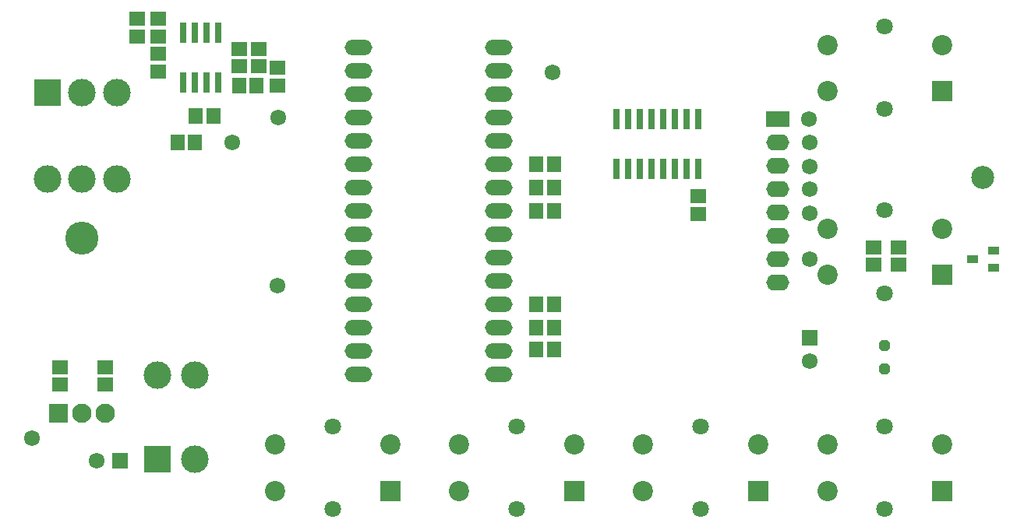
<source format=gbr>
G04 DipTrace 3.0.0.2*
G04 BottomMask.gbr*
%MOMM*%
G04 #@! TF.FileFunction,Soldermask,Bot*
G04 #@! TF.Part,Single*
%AMOUTLINE0*5,1,8,0,0,1.32081,-112.50063*%
%ADD38R,2.5X1.75*%
%ADD39O,2.5X1.75*%
%ADD42O,3.0X1.7*%
%ADD43C,2.5*%
%ADD44C,1.8*%
%ADD45C,3.6*%
%ADD54R,2.1X2.1*%
%ADD56C,2.1*%
%ADD62C,2.2*%
%ADD64R,2.2X2.2*%
%ADD66R,1.25X0.85*%
%ADD70C,1.724*%
%ADD72R,1.724X1.724*%
%ADD74C,3.0*%
%ADD76R,3.0X3.0*%
%ADD78R,0.8X2.2*%
%ADD80R,1.5X1.7*%
%ADD82R,1.7X1.5*%
%ADD86OUTLINE0*%
%FSLAX35Y35*%
G04*
G71*
G90*
G75*
G01*
G04 BotMask*
%LPD*%
D82*
X1539640Y2555587D3*
Y2745587D3*
X2031767Y2555587D3*
Y2745587D3*
X8477127Y4603623D3*
Y4413623D3*
X3903553Y5811060D3*
Y6001060D3*
D80*
X3016127Y5476750D3*
X3206127D3*
D82*
X2373553Y6341060D3*
Y6531060D3*
D86*
X10500000Y2977000D3*
Y2723000D3*
D78*
X2873053Y6381060D3*
X3000053D3*
X3127053D3*
X3254053D3*
Y5841060D3*
X3127053D3*
X3000053D3*
X2873053D3*
D76*
X1400000Y5730000D3*
D74*
Y4790000D3*
X1780000Y5730000D3*
X2160000D3*
X1780000Y4790000D3*
X2160000D3*
X3000000Y1740000D3*
Y2660000D3*
D76*
X2600000Y1740000D3*
D74*
Y2660000D3*
D72*
X9680000Y3067000D3*
D70*
Y2813000D3*
D72*
X2190500Y1730173D3*
D70*
X1936500D3*
D66*
X11682753Y4015933D3*
Y3825933D3*
X11452753Y3920933D3*
D80*
X3483553Y5811060D3*
X3673553D3*
D82*
X3483553Y6206060D3*
Y6016060D3*
D80*
X6715000Y2936750D3*
X6905000D3*
D43*
X11565000Y4807800D3*
D82*
X3698467Y6015973D3*
Y6205973D3*
X2603553Y5961060D3*
Y6151060D3*
D80*
X6905500Y4444873D3*
X6715500D3*
X6905500Y4698873D3*
X6715500D3*
X6905500Y4952873D3*
X6715500D3*
X6715000Y3174873D3*
X6905000D3*
D82*
X10650987Y4047680D3*
Y3857680D3*
X10381140Y3857200D3*
Y4047200D3*
X2603553Y6531060D3*
Y6341060D3*
D80*
X2813430Y5187933D3*
X3003430D3*
X6905500Y3428873D3*
X6715500D3*
D64*
X5125000Y1400000D3*
D62*
X3875000D3*
X5125000Y1900000D3*
X3875000D3*
D44*
X4500000Y1200000D3*
Y2100000D3*
D64*
X7125000Y1400000D3*
D62*
X5875000D3*
X7125000Y1900000D3*
X5875000D3*
D44*
X6500000Y1200000D3*
Y2100000D3*
D64*
X9125000Y1400000D3*
D62*
X7875000D3*
X9125000Y1900000D3*
X7875000D3*
D44*
X8500000Y1200000D3*
Y2100000D3*
D64*
X11125000Y5750000D3*
D62*
X9875000D3*
X11125000Y6250000D3*
X9875000D3*
D44*
X10500000Y5550000D3*
Y6450000D3*
D64*
X11125000Y3750000D3*
D62*
X9875000D3*
X11125000Y4250000D3*
X9875000D3*
D44*
X10500000Y3550000D3*
Y4450000D3*
D64*
X11125000Y1400000D3*
D62*
X9875000D3*
X11125000Y1900000D3*
X9875000D3*
D44*
X10500000Y1200000D3*
Y2100000D3*
D38*
X9340000Y5439000D3*
D39*
Y5185000D3*
Y4931000D3*
Y4677000D3*
Y4423000D3*
Y4169000D3*
Y3915000D3*
Y3661000D3*
D70*
X3413000Y5191000D3*
X1238100Y1968273D3*
X6889627Y5953000D3*
X9680000Y4420000D3*
Y4680000D3*
Y4930000D3*
Y5185000D3*
X9675000Y5440000D3*
X9680000Y3915000D3*
X3904820Y3634973D3*
X3908803Y5457810D3*
D56*
X2034000Y2240000D3*
X1780000D3*
D54*
X1526000D3*
D45*
X1780000Y4150003D3*
D42*
X6302250Y5968873D3*
Y5460873D3*
Y5206873D3*
Y4952873D3*
Y4698873D3*
Y3936873D3*
Y3682873D3*
X4778250Y4190873D3*
Y4444873D3*
Y4698873D3*
Y4952873D3*
Y5206873D3*
Y5460873D3*
Y5714873D3*
Y3428873D3*
X6302250Y2920873D3*
X4778250Y3682873D3*
Y3936873D3*
Y6222873D3*
Y5968873D3*
X6302250Y5714873D3*
X4778250Y3174873D3*
X6302250D3*
X4778250Y2920873D3*
X6302250Y6222873D3*
Y4190873D3*
Y4444873D3*
X4778250Y2666873D3*
X6302250Y3428873D3*
Y2666873D3*
D78*
X8477123Y4905250D3*
X8350123D3*
X8223123D3*
X8096123D3*
X7969123D3*
X7842123D3*
X7715123D3*
X7588123D3*
Y5445250D3*
X7715123D3*
X7842123D3*
X7969123D3*
X8096123D3*
X8223123D3*
X8350123D3*
X8477123D3*
M02*

</source>
